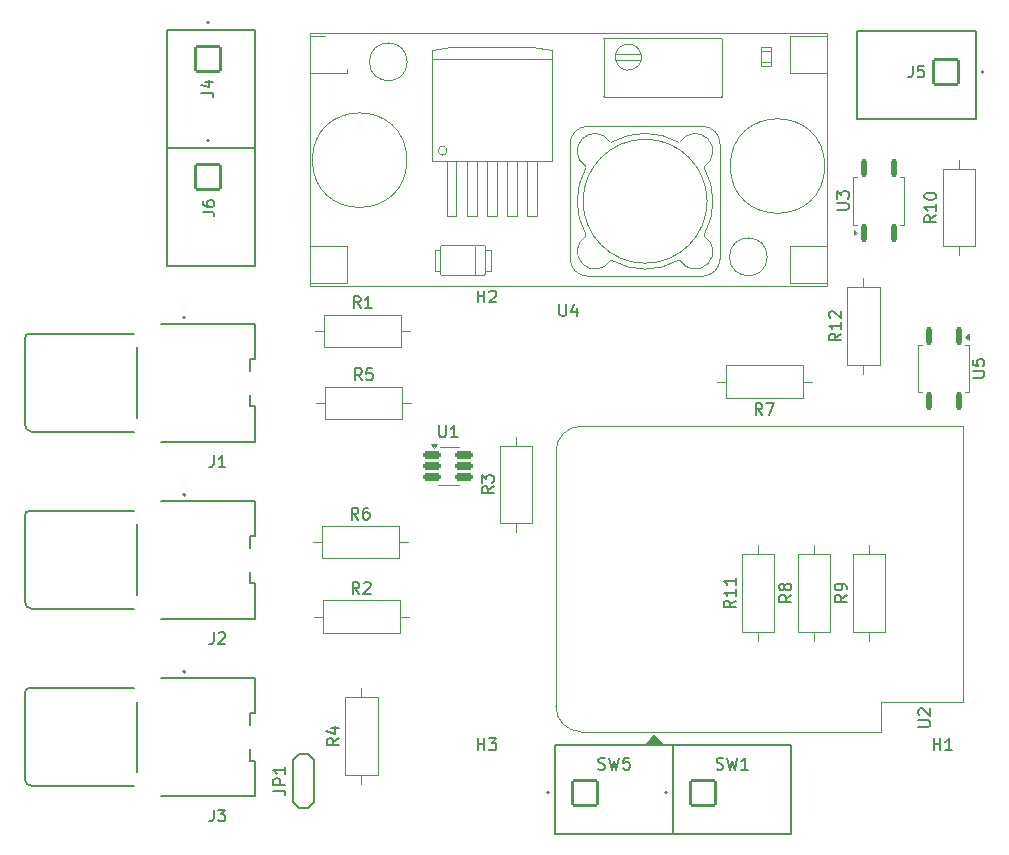
<source format=gbr>
%TF.GenerationSoftware,KiCad,Pcbnew,9.0.2*%
%TF.CreationDate,2025-07-13T19:28:41+02:00*%
%TF.ProjectId,AHD-Switch,4148442d-5377-4697-9463-682e6b696361,rev?*%
%TF.SameCoordinates,Original*%
%TF.FileFunction,Legend,Top*%
%TF.FilePolarity,Positive*%
%FSLAX46Y46*%
G04 Gerber Fmt 4.6, Leading zero omitted, Abs format (unit mm)*
G04 Created by KiCad (PCBNEW 9.0.2) date 2025-07-13 19:28:41*
%MOMM*%
%LPD*%
G01*
G04 APERTURE LIST*
G04 Aperture macros list*
%AMRoundRect*
0 Rectangle with rounded corners*
0 $1 Rounding radius*
0 $2 $3 $4 $5 $6 $7 $8 $9 X,Y pos of 4 corners*
0 Add a 4 corners polygon primitive as box body*
4,1,4,$2,$3,$4,$5,$6,$7,$8,$9,$2,$3,0*
0 Add four circle primitives for the rounded corners*
1,1,$1+$1,$2,$3*
1,1,$1+$1,$4,$5*
1,1,$1+$1,$6,$7*
1,1,$1+$1,$8,$9*
0 Add four rect primitives between the rounded corners*
20,1,$1+$1,$2,$3,$4,$5,0*
20,1,$1+$1,$4,$5,$6,$7,0*
20,1,$1+$1,$6,$7,$8,$9,0*
20,1,$1+$1,$8,$9,$2,$3,0*%
G04 Aperture macros list end*
%ADD10C,0.150000*%
%ADD11C,0.120000*%
%ADD12C,0.127000*%
%ADD13C,0.200000*%
%ADD14C,1.600000*%
%ADD15C,3.200000*%
%ADD16RoundRect,0.102000X-1.050000X1.050000X-1.050000X-1.050000X1.050000X-1.050000X1.050000X1.050000X0*%
%ADD17C,2.304000*%
%ADD18O,2.604000X5.004000*%
%ADD19O,3.604000X1.904000*%
%ADD20RoundRect,0.137500X-0.137500X0.587500X-0.137500X-0.587500X0.137500X-0.587500X0.137500X0.587500X0*%
%ADD21RoundRect,0.102000X-1.050000X-1.050000X1.050000X-1.050000X1.050000X1.050000X-1.050000X1.050000X0*%
%ADD22RoundRect,0.137500X0.137500X-0.587500X0.137500X0.587500X-0.137500X0.587500X-0.137500X-0.587500X0*%
%ADD23RoundRect,0.162500X-0.617500X-0.162500X0.617500X-0.162500X0.617500X0.162500X-0.617500X0.162500X0*%
%ADD24C,1.400000*%
%ADD25R,2.000000X2.000000*%
%ADD26O,1.600000X2.000000*%
%ADD27R,2.540000X2.540000*%
%ADD28C,2.540000*%
%ADD29RoundRect,0.102000X1.050000X1.050000X-1.050000X1.050000X-1.050000X-1.050000X1.050000X-1.050000X0*%
G04 APERTURE END LIST*
D10*
X83953333Y-111724819D02*
X83620000Y-111248628D01*
X83381905Y-111724819D02*
X83381905Y-110724819D01*
X83381905Y-110724819D02*
X83762857Y-110724819D01*
X83762857Y-110724819D02*
X83858095Y-110772438D01*
X83858095Y-110772438D02*
X83905714Y-110820057D01*
X83905714Y-110820057D02*
X83953333Y-110915295D01*
X83953333Y-110915295D02*
X83953333Y-111058152D01*
X83953333Y-111058152D02*
X83905714Y-111153390D01*
X83905714Y-111153390D02*
X83858095Y-111201009D01*
X83858095Y-111201009D02*
X83762857Y-111248628D01*
X83762857Y-111248628D02*
X83381905Y-111248628D01*
X84286667Y-110724819D02*
X84953333Y-110724819D01*
X84953333Y-110724819D02*
X84524762Y-111724819D01*
X59838095Y-140104819D02*
X59838095Y-139104819D01*
X59838095Y-139581009D02*
X60409523Y-139581009D01*
X60409523Y-140104819D02*
X60409523Y-139104819D01*
X60790476Y-139104819D02*
X61409523Y-139104819D01*
X61409523Y-139104819D02*
X61076190Y-139485771D01*
X61076190Y-139485771D02*
X61219047Y-139485771D01*
X61219047Y-139485771D02*
X61314285Y-139533390D01*
X61314285Y-139533390D02*
X61361904Y-139581009D01*
X61361904Y-139581009D02*
X61409523Y-139676247D01*
X61409523Y-139676247D02*
X61409523Y-139914342D01*
X61409523Y-139914342D02*
X61361904Y-140009580D01*
X61361904Y-140009580D02*
X61314285Y-140057200D01*
X61314285Y-140057200D02*
X61219047Y-140104819D01*
X61219047Y-140104819D02*
X60933333Y-140104819D01*
X60933333Y-140104819D02*
X60838095Y-140057200D01*
X60838095Y-140057200D02*
X60790476Y-140009580D01*
X61184819Y-117786666D02*
X60708628Y-118119999D01*
X61184819Y-118358094D02*
X60184819Y-118358094D01*
X60184819Y-118358094D02*
X60184819Y-117977142D01*
X60184819Y-117977142D02*
X60232438Y-117881904D01*
X60232438Y-117881904D02*
X60280057Y-117834285D01*
X60280057Y-117834285D02*
X60375295Y-117786666D01*
X60375295Y-117786666D02*
X60518152Y-117786666D01*
X60518152Y-117786666D02*
X60613390Y-117834285D01*
X60613390Y-117834285D02*
X60661009Y-117881904D01*
X60661009Y-117881904D02*
X60708628Y-117977142D01*
X60708628Y-117977142D02*
X60708628Y-118358094D01*
X60184819Y-117453332D02*
X60184819Y-116834285D01*
X60184819Y-116834285D02*
X60565771Y-117167618D01*
X60565771Y-117167618D02*
X60565771Y-117024761D01*
X60565771Y-117024761D02*
X60613390Y-116929523D01*
X60613390Y-116929523D02*
X60661009Y-116881904D01*
X60661009Y-116881904D02*
X60756247Y-116834285D01*
X60756247Y-116834285D02*
X60994342Y-116834285D01*
X60994342Y-116834285D02*
X61089580Y-116881904D01*
X61089580Y-116881904D02*
X61137200Y-116929523D01*
X61137200Y-116929523D02*
X61184819Y-117024761D01*
X61184819Y-117024761D02*
X61184819Y-117310475D01*
X61184819Y-117310475D02*
X61137200Y-117405713D01*
X61137200Y-117405713D02*
X61089580Y-117453332D01*
X36454819Y-84433333D02*
X37169104Y-84433333D01*
X37169104Y-84433333D02*
X37311961Y-84480952D01*
X37311961Y-84480952D02*
X37407200Y-84576190D01*
X37407200Y-84576190D02*
X37454819Y-84719047D01*
X37454819Y-84719047D02*
X37454819Y-84814285D01*
X36788152Y-83528571D02*
X37454819Y-83528571D01*
X36407200Y-83766666D02*
X37121485Y-84004761D01*
X37121485Y-84004761D02*
X37121485Y-83385714D01*
X37479035Y-130137512D02*
X37479035Y-130857383D01*
X37479035Y-130857383D02*
X37431043Y-131001357D01*
X37431043Y-131001357D02*
X37335061Y-131097340D01*
X37335061Y-131097340D02*
X37191086Y-131145331D01*
X37191086Y-131145331D02*
X37095104Y-131145331D01*
X37910957Y-130233495D02*
X37958948Y-130185503D01*
X37958948Y-130185503D02*
X38054931Y-130137512D01*
X38054931Y-130137512D02*
X38294888Y-130137512D01*
X38294888Y-130137512D02*
X38390871Y-130185503D01*
X38390871Y-130185503D02*
X38438862Y-130233495D01*
X38438862Y-130233495D02*
X38486854Y-130329477D01*
X38486854Y-130329477D02*
X38486854Y-130425460D01*
X38486854Y-130425460D02*
X38438862Y-130569434D01*
X38438862Y-130569434D02*
X37862966Y-131145331D01*
X37862966Y-131145331D02*
X38486854Y-131145331D01*
X36554819Y-94533333D02*
X37269104Y-94533333D01*
X37269104Y-94533333D02*
X37411961Y-94580952D01*
X37411961Y-94580952D02*
X37507200Y-94676190D01*
X37507200Y-94676190D02*
X37554819Y-94819047D01*
X37554819Y-94819047D02*
X37554819Y-94914285D01*
X36554819Y-93628571D02*
X36554819Y-93819047D01*
X36554819Y-93819047D02*
X36602438Y-93914285D01*
X36602438Y-93914285D02*
X36650057Y-93961904D01*
X36650057Y-93961904D02*
X36792914Y-94057142D01*
X36792914Y-94057142D02*
X36983390Y-94104761D01*
X36983390Y-94104761D02*
X37364342Y-94104761D01*
X37364342Y-94104761D02*
X37459580Y-94057142D01*
X37459580Y-94057142D02*
X37507200Y-94009523D01*
X37507200Y-94009523D02*
X37554819Y-93914285D01*
X37554819Y-93914285D02*
X37554819Y-93723809D01*
X37554819Y-93723809D02*
X37507200Y-93628571D01*
X37507200Y-93628571D02*
X37459580Y-93580952D01*
X37459580Y-93580952D02*
X37364342Y-93533333D01*
X37364342Y-93533333D02*
X37126247Y-93533333D01*
X37126247Y-93533333D02*
X37031009Y-93580952D01*
X37031009Y-93580952D02*
X36983390Y-93628571D01*
X36983390Y-93628571D02*
X36935771Y-93723809D01*
X36935771Y-93723809D02*
X36935771Y-93914285D01*
X36935771Y-93914285D02*
X36983390Y-94009523D01*
X36983390Y-94009523D02*
X37031009Y-94057142D01*
X37031009Y-94057142D02*
X37126247Y-94104761D01*
X101754819Y-108561904D02*
X102564342Y-108561904D01*
X102564342Y-108561904D02*
X102659580Y-108514285D01*
X102659580Y-108514285D02*
X102707200Y-108466666D01*
X102707200Y-108466666D02*
X102754819Y-108371428D01*
X102754819Y-108371428D02*
X102754819Y-108180952D01*
X102754819Y-108180952D02*
X102707200Y-108085714D01*
X102707200Y-108085714D02*
X102659580Y-108038095D01*
X102659580Y-108038095D02*
X102564342Y-107990476D01*
X102564342Y-107990476D02*
X101754819Y-107990476D01*
X101754819Y-107038095D02*
X101754819Y-107514285D01*
X101754819Y-107514285D02*
X102231009Y-107561904D01*
X102231009Y-107561904D02*
X102183390Y-107514285D01*
X102183390Y-107514285D02*
X102135771Y-107419047D01*
X102135771Y-107419047D02*
X102135771Y-107180952D01*
X102135771Y-107180952D02*
X102183390Y-107085714D01*
X102183390Y-107085714D02*
X102231009Y-107038095D01*
X102231009Y-107038095D02*
X102326247Y-106990476D01*
X102326247Y-106990476D02*
X102564342Y-106990476D01*
X102564342Y-106990476D02*
X102659580Y-107038095D01*
X102659580Y-107038095D02*
X102707200Y-107085714D01*
X102707200Y-107085714D02*
X102754819Y-107180952D01*
X102754819Y-107180952D02*
X102754819Y-107419047D01*
X102754819Y-107419047D02*
X102707200Y-107514285D01*
X102707200Y-107514285D02*
X102659580Y-107561904D01*
X80066667Y-141707200D02*
X80209524Y-141754819D01*
X80209524Y-141754819D02*
X80447619Y-141754819D01*
X80447619Y-141754819D02*
X80542857Y-141707200D01*
X80542857Y-141707200D02*
X80590476Y-141659580D01*
X80590476Y-141659580D02*
X80638095Y-141564342D01*
X80638095Y-141564342D02*
X80638095Y-141469104D01*
X80638095Y-141469104D02*
X80590476Y-141373866D01*
X80590476Y-141373866D02*
X80542857Y-141326247D01*
X80542857Y-141326247D02*
X80447619Y-141278628D01*
X80447619Y-141278628D02*
X80257143Y-141231009D01*
X80257143Y-141231009D02*
X80161905Y-141183390D01*
X80161905Y-141183390D02*
X80114286Y-141135771D01*
X80114286Y-141135771D02*
X80066667Y-141040533D01*
X80066667Y-141040533D02*
X80066667Y-140945295D01*
X80066667Y-140945295D02*
X80114286Y-140850057D01*
X80114286Y-140850057D02*
X80161905Y-140802438D01*
X80161905Y-140802438D02*
X80257143Y-140754819D01*
X80257143Y-140754819D02*
X80495238Y-140754819D01*
X80495238Y-140754819D02*
X80638095Y-140802438D01*
X80971429Y-140754819D02*
X81209524Y-141754819D01*
X81209524Y-141754819D02*
X81400000Y-141040533D01*
X81400000Y-141040533D02*
X81590476Y-141754819D01*
X81590476Y-141754819D02*
X81828572Y-140754819D01*
X82733333Y-141754819D02*
X82161905Y-141754819D01*
X82447619Y-141754819D02*
X82447619Y-140754819D01*
X82447619Y-140754819D02*
X82352381Y-140897676D01*
X82352381Y-140897676D02*
X82257143Y-140992914D01*
X82257143Y-140992914D02*
X82161905Y-141040533D01*
X49933333Y-102684819D02*
X49600000Y-102208628D01*
X49361905Y-102684819D02*
X49361905Y-101684819D01*
X49361905Y-101684819D02*
X49742857Y-101684819D01*
X49742857Y-101684819D02*
X49838095Y-101732438D01*
X49838095Y-101732438D02*
X49885714Y-101780057D01*
X49885714Y-101780057D02*
X49933333Y-101875295D01*
X49933333Y-101875295D02*
X49933333Y-102018152D01*
X49933333Y-102018152D02*
X49885714Y-102113390D01*
X49885714Y-102113390D02*
X49838095Y-102161009D01*
X49838095Y-102161009D02*
X49742857Y-102208628D01*
X49742857Y-102208628D02*
X49361905Y-102208628D01*
X50885714Y-102684819D02*
X50314286Y-102684819D01*
X50600000Y-102684819D02*
X50600000Y-101684819D01*
X50600000Y-101684819D02*
X50504762Y-101827676D01*
X50504762Y-101827676D02*
X50409524Y-101922914D01*
X50409524Y-101922914D02*
X50314286Y-101970533D01*
X50033333Y-108784819D02*
X49700000Y-108308628D01*
X49461905Y-108784819D02*
X49461905Y-107784819D01*
X49461905Y-107784819D02*
X49842857Y-107784819D01*
X49842857Y-107784819D02*
X49938095Y-107832438D01*
X49938095Y-107832438D02*
X49985714Y-107880057D01*
X49985714Y-107880057D02*
X50033333Y-107975295D01*
X50033333Y-107975295D02*
X50033333Y-108118152D01*
X50033333Y-108118152D02*
X49985714Y-108213390D01*
X49985714Y-108213390D02*
X49938095Y-108261009D01*
X49938095Y-108261009D02*
X49842857Y-108308628D01*
X49842857Y-108308628D02*
X49461905Y-108308628D01*
X50938095Y-107784819D02*
X50461905Y-107784819D01*
X50461905Y-107784819D02*
X50414286Y-108261009D01*
X50414286Y-108261009D02*
X50461905Y-108213390D01*
X50461905Y-108213390D02*
X50557143Y-108165771D01*
X50557143Y-108165771D02*
X50795238Y-108165771D01*
X50795238Y-108165771D02*
X50890476Y-108213390D01*
X50890476Y-108213390D02*
X50938095Y-108261009D01*
X50938095Y-108261009D02*
X50985714Y-108356247D01*
X50985714Y-108356247D02*
X50985714Y-108594342D01*
X50985714Y-108594342D02*
X50938095Y-108689580D01*
X50938095Y-108689580D02*
X50890476Y-108737200D01*
X50890476Y-108737200D02*
X50795238Y-108784819D01*
X50795238Y-108784819D02*
X50557143Y-108784819D01*
X50557143Y-108784819D02*
X50461905Y-108737200D01*
X50461905Y-108737200D02*
X50414286Y-108689580D01*
X86384819Y-126966666D02*
X85908628Y-127299999D01*
X86384819Y-127538094D02*
X85384819Y-127538094D01*
X85384819Y-127538094D02*
X85384819Y-127157142D01*
X85384819Y-127157142D02*
X85432438Y-127061904D01*
X85432438Y-127061904D02*
X85480057Y-127014285D01*
X85480057Y-127014285D02*
X85575295Y-126966666D01*
X85575295Y-126966666D02*
X85718152Y-126966666D01*
X85718152Y-126966666D02*
X85813390Y-127014285D01*
X85813390Y-127014285D02*
X85861009Y-127061904D01*
X85861009Y-127061904D02*
X85908628Y-127157142D01*
X85908628Y-127157142D02*
X85908628Y-127538094D01*
X85813390Y-126395237D02*
X85765771Y-126490475D01*
X85765771Y-126490475D02*
X85718152Y-126538094D01*
X85718152Y-126538094D02*
X85622914Y-126585713D01*
X85622914Y-126585713D02*
X85575295Y-126585713D01*
X85575295Y-126585713D02*
X85480057Y-126538094D01*
X85480057Y-126538094D02*
X85432438Y-126490475D01*
X85432438Y-126490475D02*
X85384819Y-126395237D01*
X85384819Y-126395237D02*
X85384819Y-126204761D01*
X85384819Y-126204761D02*
X85432438Y-126109523D01*
X85432438Y-126109523D02*
X85480057Y-126061904D01*
X85480057Y-126061904D02*
X85575295Y-126014285D01*
X85575295Y-126014285D02*
X85622914Y-126014285D01*
X85622914Y-126014285D02*
X85718152Y-126061904D01*
X85718152Y-126061904D02*
X85765771Y-126109523D01*
X85765771Y-126109523D02*
X85813390Y-126204761D01*
X85813390Y-126204761D02*
X85813390Y-126395237D01*
X85813390Y-126395237D02*
X85861009Y-126490475D01*
X85861009Y-126490475D02*
X85908628Y-126538094D01*
X85908628Y-126538094D02*
X86003866Y-126585713D01*
X86003866Y-126585713D02*
X86194342Y-126585713D01*
X86194342Y-126585713D02*
X86289580Y-126538094D01*
X86289580Y-126538094D02*
X86337200Y-126490475D01*
X86337200Y-126490475D02*
X86384819Y-126395237D01*
X86384819Y-126395237D02*
X86384819Y-126204761D01*
X86384819Y-126204761D02*
X86337200Y-126109523D01*
X86337200Y-126109523D02*
X86289580Y-126061904D01*
X86289580Y-126061904D02*
X86194342Y-126014285D01*
X86194342Y-126014285D02*
X86003866Y-126014285D01*
X86003866Y-126014285D02*
X85908628Y-126061904D01*
X85908628Y-126061904D02*
X85861009Y-126109523D01*
X85861009Y-126109523D02*
X85813390Y-126204761D01*
X48084819Y-139086666D02*
X47608628Y-139419999D01*
X48084819Y-139658094D02*
X47084819Y-139658094D01*
X47084819Y-139658094D02*
X47084819Y-139277142D01*
X47084819Y-139277142D02*
X47132438Y-139181904D01*
X47132438Y-139181904D02*
X47180057Y-139134285D01*
X47180057Y-139134285D02*
X47275295Y-139086666D01*
X47275295Y-139086666D02*
X47418152Y-139086666D01*
X47418152Y-139086666D02*
X47513390Y-139134285D01*
X47513390Y-139134285D02*
X47561009Y-139181904D01*
X47561009Y-139181904D02*
X47608628Y-139277142D01*
X47608628Y-139277142D02*
X47608628Y-139658094D01*
X47418152Y-138229523D02*
X48084819Y-138229523D01*
X47037200Y-138467618D02*
X47751485Y-138705713D01*
X47751485Y-138705713D02*
X47751485Y-138086666D01*
X90254819Y-94361904D02*
X91064342Y-94361904D01*
X91064342Y-94361904D02*
X91159580Y-94314285D01*
X91159580Y-94314285D02*
X91207200Y-94266666D01*
X91207200Y-94266666D02*
X91254819Y-94171428D01*
X91254819Y-94171428D02*
X91254819Y-93980952D01*
X91254819Y-93980952D02*
X91207200Y-93885714D01*
X91207200Y-93885714D02*
X91159580Y-93838095D01*
X91159580Y-93838095D02*
X91064342Y-93790476D01*
X91064342Y-93790476D02*
X90254819Y-93790476D01*
X90254819Y-93409523D02*
X90254819Y-92790476D01*
X90254819Y-92790476D02*
X90635771Y-93123809D01*
X90635771Y-93123809D02*
X90635771Y-92980952D01*
X90635771Y-92980952D02*
X90683390Y-92885714D01*
X90683390Y-92885714D02*
X90731009Y-92838095D01*
X90731009Y-92838095D02*
X90826247Y-92790476D01*
X90826247Y-92790476D02*
X91064342Y-92790476D01*
X91064342Y-92790476D02*
X91159580Y-92838095D01*
X91159580Y-92838095D02*
X91207200Y-92885714D01*
X91207200Y-92885714D02*
X91254819Y-92980952D01*
X91254819Y-92980952D02*
X91254819Y-93266666D01*
X91254819Y-93266666D02*
X91207200Y-93361904D01*
X91207200Y-93361904D02*
X91159580Y-93409523D01*
X56588095Y-112604819D02*
X56588095Y-113414342D01*
X56588095Y-113414342D02*
X56635714Y-113509580D01*
X56635714Y-113509580D02*
X56683333Y-113557200D01*
X56683333Y-113557200D02*
X56778571Y-113604819D01*
X56778571Y-113604819D02*
X56969047Y-113604819D01*
X56969047Y-113604819D02*
X57064285Y-113557200D01*
X57064285Y-113557200D02*
X57111904Y-113509580D01*
X57111904Y-113509580D02*
X57159523Y-113414342D01*
X57159523Y-113414342D02*
X57159523Y-112604819D01*
X58159523Y-113604819D02*
X57588095Y-113604819D01*
X57873809Y-113604819D02*
X57873809Y-112604819D01*
X57873809Y-112604819D02*
X57778571Y-112747676D01*
X57778571Y-112747676D02*
X57683333Y-112842914D01*
X57683333Y-112842914D02*
X57588095Y-112890533D01*
X70066667Y-141707200D02*
X70209524Y-141754819D01*
X70209524Y-141754819D02*
X70447619Y-141754819D01*
X70447619Y-141754819D02*
X70542857Y-141707200D01*
X70542857Y-141707200D02*
X70590476Y-141659580D01*
X70590476Y-141659580D02*
X70638095Y-141564342D01*
X70638095Y-141564342D02*
X70638095Y-141469104D01*
X70638095Y-141469104D02*
X70590476Y-141373866D01*
X70590476Y-141373866D02*
X70542857Y-141326247D01*
X70542857Y-141326247D02*
X70447619Y-141278628D01*
X70447619Y-141278628D02*
X70257143Y-141231009D01*
X70257143Y-141231009D02*
X70161905Y-141183390D01*
X70161905Y-141183390D02*
X70114286Y-141135771D01*
X70114286Y-141135771D02*
X70066667Y-141040533D01*
X70066667Y-141040533D02*
X70066667Y-140945295D01*
X70066667Y-140945295D02*
X70114286Y-140850057D01*
X70114286Y-140850057D02*
X70161905Y-140802438D01*
X70161905Y-140802438D02*
X70257143Y-140754819D01*
X70257143Y-140754819D02*
X70495238Y-140754819D01*
X70495238Y-140754819D02*
X70638095Y-140802438D01*
X70971429Y-140754819D02*
X71209524Y-141754819D01*
X71209524Y-141754819D02*
X71400000Y-141040533D01*
X71400000Y-141040533D02*
X71590476Y-141754819D01*
X71590476Y-141754819D02*
X71828572Y-140754819D01*
X72685714Y-140754819D02*
X72209524Y-140754819D01*
X72209524Y-140754819D02*
X72161905Y-141231009D01*
X72161905Y-141231009D02*
X72209524Y-141183390D01*
X72209524Y-141183390D02*
X72304762Y-141135771D01*
X72304762Y-141135771D02*
X72542857Y-141135771D01*
X72542857Y-141135771D02*
X72638095Y-141183390D01*
X72638095Y-141183390D02*
X72685714Y-141231009D01*
X72685714Y-141231009D02*
X72733333Y-141326247D01*
X72733333Y-141326247D02*
X72733333Y-141564342D01*
X72733333Y-141564342D02*
X72685714Y-141659580D01*
X72685714Y-141659580D02*
X72638095Y-141707200D01*
X72638095Y-141707200D02*
X72542857Y-141754819D01*
X72542857Y-141754819D02*
X72304762Y-141754819D01*
X72304762Y-141754819D02*
X72209524Y-141707200D01*
X72209524Y-141707200D02*
X72161905Y-141659580D01*
X42554819Y-143533333D02*
X43269104Y-143533333D01*
X43269104Y-143533333D02*
X43411961Y-143580952D01*
X43411961Y-143580952D02*
X43507200Y-143676190D01*
X43507200Y-143676190D02*
X43554819Y-143819047D01*
X43554819Y-143819047D02*
X43554819Y-143914285D01*
X43554819Y-143057142D02*
X42554819Y-143057142D01*
X42554819Y-143057142D02*
X42554819Y-142676190D01*
X42554819Y-142676190D02*
X42602438Y-142580952D01*
X42602438Y-142580952D02*
X42650057Y-142533333D01*
X42650057Y-142533333D02*
X42745295Y-142485714D01*
X42745295Y-142485714D02*
X42888152Y-142485714D01*
X42888152Y-142485714D02*
X42983390Y-142533333D01*
X42983390Y-142533333D02*
X43031009Y-142580952D01*
X43031009Y-142580952D02*
X43078628Y-142676190D01*
X43078628Y-142676190D02*
X43078628Y-143057142D01*
X43554819Y-141533333D02*
X43554819Y-142104761D01*
X43554819Y-141819047D02*
X42554819Y-141819047D01*
X42554819Y-141819047D02*
X42697676Y-141914285D01*
X42697676Y-141914285D02*
X42792914Y-142009523D01*
X42792914Y-142009523D02*
X42840533Y-142104761D01*
X49733333Y-120584819D02*
X49400000Y-120108628D01*
X49161905Y-120584819D02*
X49161905Y-119584819D01*
X49161905Y-119584819D02*
X49542857Y-119584819D01*
X49542857Y-119584819D02*
X49638095Y-119632438D01*
X49638095Y-119632438D02*
X49685714Y-119680057D01*
X49685714Y-119680057D02*
X49733333Y-119775295D01*
X49733333Y-119775295D02*
X49733333Y-119918152D01*
X49733333Y-119918152D02*
X49685714Y-120013390D01*
X49685714Y-120013390D02*
X49638095Y-120061009D01*
X49638095Y-120061009D02*
X49542857Y-120108628D01*
X49542857Y-120108628D02*
X49161905Y-120108628D01*
X50590476Y-119584819D02*
X50400000Y-119584819D01*
X50400000Y-119584819D02*
X50304762Y-119632438D01*
X50304762Y-119632438D02*
X50257143Y-119680057D01*
X50257143Y-119680057D02*
X50161905Y-119822914D01*
X50161905Y-119822914D02*
X50114286Y-120013390D01*
X50114286Y-120013390D02*
X50114286Y-120394342D01*
X50114286Y-120394342D02*
X50161905Y-120489580D01*
X50161905Y-120489580D02*
X50209524Y-120537200D01*
X50209524Y-120537200D02*
X50304762Y-120584819D01*
X50304762Y-120584819D02*
X50495238Y-120584819D01*
X50495238Y-120584819D02*
X50590476Y-120537200D01*
X50590476Y-120537200D02*
X50638095Y-120489580D01*
X50638095Y-120489580D02*
X50685714Y-120394342D01*
X50685714Y-120394342D02*
X50685714Y-120156247D01*
X50685714Y-120156247D02*
X50638095Y-120061009D01*
X50638095Y-120061009D02*
X50590476Y-120013390D01*
X50590476Y-120013390D02*
X50495238Y-119965771D01*
X50495238Y-119965771D02*
X50304762Y-119965771D01*
X50304762Y-119965771D02*
X50209524Y-120013390D01*
X50209524Y-120013390D02*
X50161905Y-120061009D01*
X50161905Y-120061009D02*
X50114286Y-120156247D01*
X97154819Y-138146904D02*
X97964342Y-138146904D01*
X97964342Y-138146904D02*
X98059580Y-138099285D01*
X98059580Y-138099285D02*
X98107200Y-138051666D01*
X98107200Y-138051666D02*
X98154819Y-137956428D01*
X98154819Y-137956428D02*
X98154819Y-137765952D01*
X98154819Y-137765952D02*
X98107200Y-137670714D01*
X98107200Y-137670714D02*
X98059580Y-137623095D01*
X98059580Y-137623095D02*
X97964342Y-137575476D01*
X97964342Y-137575476D02*
X97154819Y-137575476D01*
X97250057Y-137146904D02*
X97202438Y-137099285D01*
X97202438Y-137099285D02*
X97154819Y-137004047D01*
X97154819Y-137004047D02*
X97154819Y-136765952D01*
X97154819Y-136765952D02*
X97202438Y-136670714D01*
X97202438Y-136670714D02*
X97250057Y-136623095D01*
X97250057Y-136623095D02*
X97345295Y-136575476D01*
X97345295Y-136575476D02*
X97440533Y-136575476D01*
X97440533Y-136575476D02*
X97583390Y-136623095D01*
X97583390Y-136623095D02*
X98154819Y-137194523D01*
X98154819Y-137194523D02*
X98154819Y-136575476D01*
X66758095Y-102354819D02*
X66758095Y-103164342D01*
X66758095Y-103164342D02*
X66805714Y-103259580D01*
X66805714Y-103259580D02*
X66853333Y-103307200D01*
X66853333Y-103307200D02*
X66948571Y-103354819D01*
X66948571Y-103354819D02*
X67139047Y-103354819D01*
X67139047Y-103354819D02*
X67234285Y-103307200D01*
X67234285Y-103307200D02*
X67281904Y-103259580D01*
X67281904Y-103259580D02*
X67329523Y-103164342D01*
X67329523Y-103164342D02*
X67329523Y-102354819D01*
X68234285Y-102688152D02*
X68234285Y-103354819D01*
X67996190Y-102307200D02*
X67758095Y-103021485D01*
X67758095Y-103021485D02*
X68377142Y-103021485D01*
X59838095Y-102204819D02*
X59838095Y-101204819D01*
X59838095Y-101681009D02*
X60409523Y-101681009D01*
X60409523Y-102204819D02*
X60409523Y-101204819D01*
X60838095Y-101300057D02*
X60885714Y-101252438D01*
X60885714Y-101252438D02*
X60980952Y-101204819D01*
X60980952Y-101204819D02*
X61219047Y-101204819D01*
X61219047Y-101204819D02*
X61314285Y-101252438D01*
X61314285Y-101252438D02*
X61361904Y-101300057D01*
X61361904Y-101300057D02*
X61409523Y-101395295D01*
X61409523Y-101395295D02*
X61409523Y-101490533D01*
X61409523Y-101490533D02*
X61361904Y-101633390D01*
X61361904Y-101633390D02*
X60790476Y-102204819D01*
X60790476Y-102204819D02*
X61409523Y-102204819D01*
X37479035Y-115137512D02*
X37479035Y-115857383D01*
X37479035Y-115857383D02*
X37431043Y-116001357D01*
X37431043Y-116001357D02*
X37335061Y-116097340D01*
X37335061Y-116097340D02*
X37191086Y-116145331D01*
X37191086Y-116145331D02*
X37095104Y-116145331D01*
X38486854Y-116145331D02*
X37910957Y-116145331D01*
X38198905Y-116145331D02*
X38198905Y-115137512D01*
X38198905Y-115137512D02*
X38102923Y-115281486D01*
X38102923Y-115281486D02*
X38006940Y-115377469D01*
X38006940Y-115377469D02*
X37910957Y-115425460D01*
X98438095Y-140104819D02*
X98438095Y-139104819D01*
X98438095Y-139581009D02*
X99009523Y-139581009D01*
X99009523Y-140104819D02*
X99009523Y-139104819D01*
X100009523Y-140104819D02*
X99438095Y-140104819D01*
X99723809Y-140104819D02*
X99723809Y-139104819D01*
X99723809Y-139104819D02*
X99628571Y-139247676D01*
X99628571Y-139247676D02*
X99533333Y-139342914D01*
X99533333Y-139342914D02*
X99438095Y-139390533D01*
X37479035Y-145137512D02*
X37479035Y-145857383D01*
X37479035Y-145857383D02*
X37431043Y-146001357D01*
X37431043Y-146001357D02*
X37335061Y-146097340D01*
X37335061Y-146097340D02*
X37191086Y-146145331D01*
X37191086Y-146145331D02*
X37095104Y-146145331D01*
X37862966Y-145137512D02*
X38486854Y-145137512D01*
X38486854Y-145137512D02*
X38150914Y-145521443D01*
X38150914Y-145521443D02*
X38294888Y-145521443D01*
X38294888Y-145521443D02*
X38390871Y-145569434D01*
X38390871Y-145569434D02*
X38438862Y-145617426D01*
X38438862Y-145617426D02*
X38486854Y-145713408D01*
X38486854Y-145713408D02*
X38486854Y-145953365D01*
X38486854Y-145953365D02*
X38438862Y-146049348D01*
X38438862Y-146049348D02*
X38390871Y-146097340D01*
X38390871Y-146097340D02*
X38294888Y-146145331D01*
X38294888Y-146145331D02*
X38006940Y-146145331D01*
X38006940Y-146145331D02*
X37910957Y-146097340D01*
X37910957Y-146097340D02*
X37862966Y-146049348D01*
X91084819Y-126966666D02*
X90608628Y-127299999D01*
X91084819Y-127538094D02*
X90084819Y-127538094D01*
X90084819Y-127538094D02*
X90084819Y-127157142D01*
X90084819Y-127157142D02*
X90132438Y-127061904D01*
X90132438Y-127061904D02*
X90180057Y-127014285D01*
X90180057Y-127014285D02*
X90275295Y-126966666D01*
X90275295Y-126966666D02*
X90418152Y-126966666D01*
X90418152Y-126966666D02*
X90513390Y-127014285D01*
X90513390Y-127014285D02*
X90561009Y-127061904D01*
X90561009Y-127061904D02*
X90608628Y-127157142D01*
X90608628Y-127157142D02*
X90608628Y-127538094D01*
X91084819Y-126490475D02*
X91084819Y-126299999D01*
X91084819Y-126299999D02*
X91037200Y-126204761D01*
X91037200Y-126204761D02*
X90989580Y-126157142D01*
X90989580Y-126157142D02*
X90846723Y-126061904D01*
X90846723Y-126061904D02*
X90656247Y-126014285D01*
X90656247Y-126014285D02*
X90275295Y-126014285D01*
X90275295Y-126014285D02*
X90180057Y-126061904D01*
X90180057Y-126061904D02*
X90132438Y-126109523D01*
X90132438Y-126109523D02*
X90084819Y-126204761D01*
X90084819Y-126204761D02*
X90084819Y-126395237D01*
X90084819Y-126395237D02*
X90132438Y-126490475D01*
X90132438Y-126490475D02*
X90180057Y-126538094D01*
X90180057Y-126538094D02*
X90275295Y-126585713D01*
X90275295Y-126585713D02*
X90513390Y-126585713D01*
X90513390Y-126585713D02*
X90608628Y-126538094D01*
X90608628Y-126538094D02*
X90656247Y-126490475D01*
X90656247Y-126490475D02*
X90703866Y-126395237D01*
X90703866Y-126395237D02*
X90703866Y-126204761D01*
X90703866Y-126204761D02*
X90656247Y-126109523D01*
X90656247Y-126109523D02*
X90608628Y-126061904D01*
X90608628Y-126061904D02*
X90513390Y-126014285D01*
X49833333Y-126884819D02*
X49500000Y-126408628D01*
X49261905Y-126884819D02*
X49261905Y-125884819D01*
X49261905Y-125884819D02*
X49642857Y-125884819D01*
X49642857Y-125884819D02*
X49738095Y-125932438D01*
X49738095Y-125932438D02*
X49785714Y-125980057D01*
X49785714Y-125980057D02*
X49833333Y-126075295D01*
X49833333Y-126075295D02*
X49833333Y-126218152D01*
X49833333Y-126218152D02*
X49785714Y-126313390D01*
X49785714Y-126313390D02*
X49738095Y-126361009D01*
X49738095Y-126361009D02*
X49642857Y-126408628D01*
X49642857Y-126408628D02*
X49261905Y-126408628D01*
X50214286Y-125980057D02*
X50261905Y-125932438D01*
X50261905Y-125932438D02*
X50357143Y-125884819D01*
X50357143Y-125884819D02*
X50595238Y-125884819D01*
X50595238Y-125884819D02*
X50690476Y-125932438D01*
X50690476Y-125932438D02*
X50738095Y-125980057D01*
X50738095Y-125980057D02*
X50785714Y-126075295D01*
X50785714Y-126075295D02*
X50785714Y-126170533D01*
X50785714Y-126170533D02*
X50738095Y-126313390D01*
X50738095Y-126313390D02*
X50166667Y-126884819D01*
X50166667Y-126884819D02*
X50785714Y-126884819D01*
X81684819Y-127442857D02*
X81208628Y-127776190D01*
X81684819Y-128014285D02*
X80684819Y-128014285D01*
X80684819Y-128014285D02*
X80684819Y-127633333D01*
X80684819Y-127633333D02*
X80732438Y-127538095D01*
X80732438Y-127538095D02*
X80780057Y-127490476D01*
X80780057Y-127490476D02*
X80875295Y-127442857D01*
X80875295Y-127442857D02*
X81018152Y-127442857D01*
X81018152Y-127442857D02*
X81113390Y-127490476D01*
X81113390Y-127490476D02*
X81161009Y-127538095D01*
X81161009Y-127538095D02*
X81208628Y-127633333D01*
X81208628Y-127633333D02*
X81208628Y-128014285D01*
X81684819Y-126490476D02*
X81684819Y-127061904D01*
X81684819Y-126776190D02*
X80684819Y-126776190D01*
X80684819Y-126776190D02*
X80827676Y-126871428D01*
X80827676Y-126871428D02*
X80922914Y-126966666D01*
X80922914Y-126966666D02*
X80970533Y-127061904D01*
X81684819Y-125538095D02*
X81684819Y-126109523D01*
X81684819Y-125823809D02*
X80684819Y-125823809D01*
X80684819Y-125823809D02*
X80827676Y-125919047D01*
X80827676Y-125919047D02*
X80922914Y-126014285D01*
X80922914Y-126014285D02*
X80970533Y-126109523D01*
X90584819Y-104842857D02*
X90108628Y-105176190D01*
X90584819Y-105414285D02*
X89584819Y-105414285D01*
X89584819Y-105414285D02*
X89584819Y-105033333D01*
X89584819Y-105033333D02*
X89632438Y-104938095D01*
X89632438Y-104938095D02*
X89680057Y-104890476D01*
X89680057Y-104890476D02*
X89775295Y-104842857D01*
X89775295Y-104842857D02*
X89918152Y-104842857D01*
X89918152Y-104842857D02*
X90013390Y-104890476D01*
X90013390Y-104890476D02*
X90061009Y-104938095D01*
X90061009Y-104938095D02*
X90108628Y-105033333D01*
X90108628Y-105033333D02*
X90108628Y-105414285D01*
X90584819Y-103890476D02*
X90584819Y-104461904D01*
X90584819Y-104176190D02*
X89584819Y-104176190D01*
X89584819Y-104176190D02*
X89727676Y-104271428D01*
X89727676Y-104271428D02*
X89822914Y-104366666D01*
X89822914Y-104366666D02*
X89870533Y-104461904D01*
X89680057Y-103509523D02*
X89632438Y-103461904D01*
X89632438Y-103461904D02*
X89584819Y-103366666D01*
X89584819Y-103366666D02*
X89584819Y-103128571D01*
X89584819Y-103128571D02*
X89632438Y-103033333D01*
X89632438Y-103033333D02*
X89680057Y-102985714D01*
X89680057Y-102985714D02*
X89775295Y-102938095D01*
X89775295Y-102938095D02*
X89870533Y-102938095D01*
X89870533Y-102938095D02*
X90013390Y-102985714D01*
X90013390Y-102985714D02*
X90584819Y-103557142D01*
X90584819Y-103557142D02*
X90584819Y-102938095D01*
X96666666Y-82154819D02*
X96666666Y-82869104D01*
X96666666Y-82869104D02*
X96619047Y-83011961D01*
X96619047Y-83011961D02*
X96523809Y-83107200D01*
X96523809Y-83107200D02*
X96380952Y-83154819D01*
X96380952Y-83154819D02*
X96285714Y-83154819D01*
X97619047Y-82154819D02*
X97142857Y-82154819D01*
X97142857Y-82154819D02*
X97095238Y-82631009D01*
X97095238Y-82631009D02*
X97142857Y-82583390D01*
X97142857Y-82583390D02*
X97238095Y-82535771D01*
X97238095Y-82535771D02*
X97476190Y-82535771D01*
X97476190Y-82535771D02*
X97571428Y-82583390D01*
X97571428Y-82583390D02*
X97619047Y-82631009D01*
X97619047Y-82631009D02*
X97666666Y-82726247D01*
X97666666Y-82726247D02*
X97666666Y-82964342D01*
X97666666Y-82964342D02*
X97619047Y-83059580D01*
X97619047Y-83059580D02*
X97571428Y-83107200D01*
X97571428Y-83107200D02*
X97476190Y-83154819D01*
X97476190Y-83154819D02*
X97238095Y-83154819D01*
X97238095Y-83154819D02*
X97142857Y-83107200D01*
X97142857Y-83107200D02*
X97095238Y-83059580D01*
X98654819Y-94822857D02*
X98178628Y-95156190D01*
X98654819Y-95394285D02*
X97654819Y-95394285D01*
X97654819Y-95394285D02*
X97654819Y-95013333D01*
X97654819Y-95013333D02*
X97702438Y-94918095D01*
X97702438Y-94918095D02*
X97750057Y-94870476D01*
X97750057Y-94870476D02*
X97845295Y-94822857D01*
X97845295Y-94822857D02*
X97988152Y-94822857D01*
X97988152Y-94822857D02*
X98083390Y-94870476D01*
X98083390Y-94870476D02*
X98131009Y-94918095D01*
X98131009Y-94918095D02*
X98178628Y-95013333D01*
X98178628Y-95013333D02*
X98178628Y-95394285D01*
X98654819Y-93870476D02*
X98654819Y-94441904D01*
X98654819Y-94156190D02*
X97654819Y-94156190D01*
X97654819Y-94156190D02*
X97797676Y-94251428D01*
X97797676Y-94251428D02*
X97892914Y-94346666D01*
X97892914Y-94346666D02*
X97940533Y-94441904D01*
X97654819Y-93251428D02*
X97654819Y-93156190D01*
X97654819Y-93156190D02*
X97702438Y-93060952D01*
X97702438Y-93060952D02*
X97750057Y-93013333D01*
X97750057Y-93013333D02*
X97845295Y-92965714D01*
X97845295Y-92965714D02*
X98035771Y-92918095D01*
X98035771Y-92918095D02*
X98273866Y-92918095D01*
X98273866Y-92918095D02*
X98464342Y-92965714D01*
X98464342Y-92965714D02*
X98559580Y-93013333D01*
X98559580Y-93013333D02*
X98607200Y-93060952D01*
X98607200Y-93060952D02*
X98654819Y-93156190D01*
X98654819Y-93156190D02*
X98654819Y-93251428D01*
X98654819Y-93251428D02*
X98607200Y-93346666D01*
X98607200Y-93346666D02*
X98559580Y-93394285D01*
X98559580Y-93394285D02*
X98464342Y-93441904D01*
X98464342Y-93441904D02*
X98273866Y-93489523D01*
X98273866Y-93489523D02*
X98035771Y-93489523D01*
X98035771Y-93489523D02*
X97845295Y-93441904D01*
X97845295Y-93441904D02*
X97750057Y-93394285D01*
X97750057Y-93394285D02*
X97702438Y-93346666D01*
X97702438Y-93346666D02*
X97654819Y-93251428D01*
D11*
%TO.C,R7*%
X80080000Y-108900000D02*
X80850000Y-108900000D01*
X88160000Y-108900000D02*
X87390000Y-108900000D01*
X87390000Y-110270000D02*
X80850000Y-110270000D01*
X80850000Y-107530000D01*
X87390000Y-107530000D01*
X87390000Y-110270000D01*
%TO.C,R3*%
X63100000Y-113580000D02*
X63100000Y-114350000D01*
X63100000Y-121660000D02*
X63100000Y-120890000D01*
X61730000Y-120890000D02*
X64470000Y-120890000D01*
X64470000Y-114350000D01*
X61730000Y-114350000D01*
X61730000Y-120890000D01*
D12*
%TO.C,J4*%
X33500000Y-79100000D02*
X41000000Y-79100000D01*
X33500000Y-89100000D02*
X33500000Y-79100000D01*
X41000000Y-79100000D02*
X41000000Y-89100000D01*
X41000000Y-89100000D02*
X33500000Y-89100000D01*
D13*
X37100000Y-78500000D02*
G75*
G02*
X36900000Y-78500000I-100000J0D01*
G01*
X36900000Y-78500000D02*
G75*
G02*
X37100000Y-78500000I100000J0D01*
G01*
D12*
%TO.C,J2*%
X21500000Y-127540000D02*
X21500000Y-120240000D01*
X21890000Y-119850000D02*
X30750000Y-119850000D01*
X30750000Y-128150000D02*
X22110000Y-128150000D01*
X31000000Y-121000000D02*
X31000000Y-127000000D01*
X40600000Y-122000000D02*
X40600000Y-123000000D01*
X40600000Y-125000000D02*
X40600000Y-126000000D01*
X40600000Y-126000000D02*
X41000000Y-126000000D01*
X41000000Y-119000000D02*
X33000000Y-119000000D01*
X41000000Y-119000000D02*
X41000000Y-122000000D01*
X41000000Y-122000000D02*
X40600000Y-122000000D01*
X41000000Y-126000000D02*
X41000000Y-129000000D01*
X41000000Y-129000000D02*
X33000000Y-129000000D01*
X21500000Y-120240000D02*
G75*
G02*
X21890000Y-119850000I390000J0D01*
G01*
X22110000Y-128150000D02*
G75*
G02*
X21500000Y-127540000I0J610000D01*
G01*
D13*
X35090000Y-118487000D02*
G75*
G02*
X34890000Y-118487000I-100000J0D01*
G01*
X34890000Y-118487000D02*
G75*
G02*
X35090000Y-118487000I100000J0D01*
G01*
D12*
%TO.C,J6*%
X33500000Y-89100000D02*
X41000000Y-89100000D01*
X33500000Y-99100000D02*
X33500000Y-89100000D01*
X41000000Y-89100000D02*
X41000000Y-99100000D01*
X41000000Y-99100000D02*
X33500000Y-99100000D01*
D13*
X37100000Y-88500000D02*
G75*
G02*
X36900000Y-88500000I-100000J0D01*
G01*
X36900000Y-88500000D02*
G75*
G02*
X37100000Y-88500000I100000J0D01*
G01*
D11*
%TO.C,U5*%
X97140000Y-105790000D02*
X97495000Y-105790000D01*
X97140000Y-107800000D02*
X97140000Y-105790000D01*
X97140000Y-107800000D02*
X97140000Y-109810000D01*
X97140000Y-109810000D02*
X97495000Y-109810000D01*
X101460000Y-105790000D02*
X101105000Y-105790000D01*
X101460000Y-107800000D02*
X101460000Y-105790000D01*
X101460000Y-107800000D02*
X101460000Y-109810000D01*
X101460000Y-109810000D02*
X101105000Y-109810000D01*
X101435000Y-105352500D02*
X101105000Y-105112500D01*
X101435000Y-104872500D01*
X101435000Y-105352500D01*
G36*
X101435000Y-105352500D02*
G01*
X101105000Y-105112500D01*
X101435000Y-104872500D01*
X101435000Y-105352500D01*
G37*
D12*
%TO.C,SW1*%
X76400000Y-139700000D02*
X86400000Y-139700000D01*
X76400000Y-147200000D02*
X76400000Y-139700000D01*
X86400000Y-139700000D02*
X86400000Y-147200000D01*
X86400000Y-147200000D02*
X76400000Y-147200000D01*
D13*
X75900000Y-143700000D02*
G75*
G02*
X75700000Y-143700000I-100000J0D01*
G01*
X75700000Y-143700000D02*
G75*
G02*
X75900000Y-143700000I100000J0D01*
G01*
D11*
%TO.C,R1*%
X46060000Y-104600000D02*
X46830000Y-104600000D01*
X54140000Y-104600000D02*
X53370000Y-104600000D01*
X46830000Y-103230000D02*
X53370000Y-103230000D01*
X53370000Y-105970000D01*
X46830000Y-105970000D01*
X46830000Y-103230000D01*
%TO.C,R5*%
X46160000Y-110700000D02*
X46930000Y-110700000D01*
X54240000Y-110700000D02*
X53470000Y-110700000D01*
X46930000Y-109330000D02*
X53470000Y-109330000D01*
X53470000Y-112070000D01*
X46930000Y-112070000D01*
X46930000Y-109330000D01*
%TO.C,R8*%
X88300000Y-122760000D02*
X88300000Y-123530000D01*
X88300000Y-130840000D02*
X88300000Y-130070000D01*
X86930000Y-130070000D02*
X89670000Y-130070000D01*
X89670000Y-123530000D01*
X86930000Y-123530000D01*
X86930000Y-130070000D01*
%TO.C,R4*%
X50000000Y-134880000D02*
X50000000Y-135650000D01*
X50000000Y-142960000D02*
X50000000Y-142190000D01*
X48630000Y-142190000D02*
X51370000Y-142190000D01*
X51370000Y-135650000D01*
X48630000Y-135650000D01*
X48630000Y-142190000D01*
%TO.C,U3*%
X91640000Y-91590000D02*
X91995000Y-91590000D01*
X91640000Y-93600000D02*
X91640000Y-91590000D01*
X91640000Y-93600000D02*
X91640000Y-95610000D01*
X91640000Y-95610000D02*
X91995000Y-95610000D01*
X95960000Y-91590000D02*
X95605000Y-91590000D01*
X95960000Y-93600000D02*
X95960000Y-91590000D01*
X95960000Y-93600000D02*
X95960000Y-95610000D01*
X95960000Y-95610000D02*
X95605000Y-95610000D01*
X91995000Y-96287500D02*
X91665000Y-96527500D01*
X91665000Y-96047500D01*
X91995000Y-96287500D01*
G36*
X91995000Y-96287500D02*
G01*
X91665000Y-96527500D01*
X91665000Y-96047500D01*
X91995000Y-96287500D01*
G37*
%TO.C,U1*%
X56450000Y-117660000D02*
X58250000Y-117660000D01*
X57450000Y-114440000D02*
X56650000Y-114440000D01*
X57450000Y-114440000D02*
X58250000Y-114440000D01*
X56150000Y-114490000D02*
X55910000Y-114160000D01*
X56390000Y-114160000D01*
X56150000Y-114490000D01*
G36*
X56150000Y-114490000D02*
G01*
X55910000Y-114160000D01*
X56390000Y-114160000D01*
X56150000Y-114490000D01*
G37*
D12*
%TO.C,SW5*%
X66400000Y-139700000D02*
X76400000Y-139700000D01*
X66400000Y-147200000D02*
X66400000Y-139700000D01*
X76400000Y-139700000D02*
X76400000Y-147200000D01*
X76400000Y-147200000D02*
X66400000Y-147200000D01*
D13*
X65900000Y-143700000D02*
G75*
G02*
X65700000Y-143700000I-100000J0D01*
G01*
X65700000Y-143700000D02*
G75*
G02*
X65900000Y-143700000I100000J0D01*
G01*
D10*
%TO.C,JP1*%
X44200000Y-140930000D02*
X44700000Y-140430000D01*
X44200000Y-144530000D02*
X44200000Y-140930000D01*
X44700000Y-140430000D02*
X45500000Y-140430000D01*
X44700000Y-145030000D02*
X44200000Y-144530000D01*
X45500000Y-140430000D02*
X46000000Y-140930000D01*
X45500000Y-145030000D02*
X44700000Y-145030000D01*
X46000000Y-140930000D02*
X46000000Y-144530000D01*
X46000000Y-144530000D02*
X45500000Y-145030000D01*
D11*
%TO.C,R6*%
X45860000Y-122500000D02*
X46630000Y-122500000D01*
X53940000Y-122500000D02*
X53170000Y-122500000D01*
X46630000Y-121130000D02*
X53170000Y-121130000D01*
X53170000Y-123870000D01*
X46630000Y-123870000D01*
X46630000Y-121130000D01*
%TO.C,U2*%
X66470000Y-114805000D02*
X66470000Y-136415000D01*
X94030000Y-136005000D02*
X100930000Y-136005000D01*
X94030000Y-138545000D02*
X68600000Y-138545000D01*
X94030000Y-138545000D02*
X94030000Y-136005000D01*
X100930000Y-112685000D02*
X68600000Y-112685000D01*
X100930000Y-136005000D02*
X100930000Y-112685000D01*
X66470000Y-114815000D02*
G75*
G02*
X68600000Y-112685000I2130000J0D01*
G01*
X68600000Y-138545000D02*
G75*
G02*
X66470000Y-136415000I2J2130002D01*
G01*
D10*
X75445000Y-139585000D02*
X74175000Y-139585000D01*
X74810000Y-138950000D01*
X75445000Y-139585000D01*
G36*
X75445000Y-139585000D02*
G01*
X74175000Y-139585000D01*
X74810000Y-138950000D01*
X75445000Y-139585000D01*
G37*
D11*
%TO.C,U4*%
X45645000Y-79365000D02*
X45645000Y-100815000D01*
X45645000Y-100815000D02*
X89395000Y-100815000D01*
X45650000Y-79620000D02*
X46950000Y-79620000D01*
X45650000Y-82775000D02*
X48780000Y-82780000D01*
X45650000Y-97400000D02*
X48780000Y-97400000D01*
X45650000Y-100560000D02*
X48780000Y-100560000D01*
X48780000Y-82470000D02*
X48780000Y-82780000D01*
X48780000Y-97400000D02*
X48780000Y-100560000D01*
X55949233Y-82204149D02*
X55949233Y-82365687D01*
X55950233Y-80837610D02*
X57600233Y-80546671D01*
X55950233Y-90189106D02*
X55950233Y-80837610D01*
X55950233Y-90189106D02*
X56027797Y-90266670D01*
X56027797Y-90266670D02*
X66032670Y-90266670D01*
X56231636Y-97758217D02*
X56681636Y-97758217D01*
X56231636Y-99508217D02*
X56231636Y-97758217D01*
X56681636Y-99508217D02*
X56231636Y-99508217D01*
X56681636Y-99783217D02*
X56681636Y-97483217D01*
X56781636Y-97383217D02*
X60381636Y-97383217D01*
X57210233Y-94896670D02*
X57210233Y-90266670D01*
X57210233Y-94896670D02*
X58050233Y-94896670D01*
X57600233Y-80546671D02*
X64460233Y-80546671D01*
X58050233Y-94896670D02*
X58050233Y-90266670D01*
X58910233Y-94896670D02*
X58910233Y-90266670D01*
X58910233Y-94896670D02*
X59750233Y-94896670D01*
X59611358Y-97483217D02*
X59611358Y-99783217D01*
X59750233Y-94896670D02*
X59750233Y-90266670D01*
X60381636Y-99883217D02*
X56781636Y-99883217D01*
X60481636Y-97483217D02*
X60481636Y-99783217D01*
X60481636Y-97758217D02*
X60931636Y-97758217D01*
X60482636Y-97994696D02*
X60482636Y-97900144D01*
X60610233Y-94896670D02*
X60610233Y-90266670D01*
X60610233Y-94896670D02*
X61450233Y-94896670D01*
X60931636Y-97758217D02*
X60931636Y-99508217D01*
X60931636Y-99508217D02*
X60481636Y-99508217D01*
X61450233Y-94896670D02*
X61450233Y-90266670D01*
X62310233Y-94896670D02*
X62310233Y-90266670D01*
X62310233Y-94896670D02*
X63150233Y-94896670D01*
X63150233Y-94896670D02*
X63150233Y-90266670D01*
X64010233Y-94896670D02*
X64010233Y-90266670D01*
X64010233Y-94896670D02*
X64850233Y-94896670D01*
X64460233Y-80546671D02*
X66110233Y-80837610D01*
X64850233Y-94896670D02*
X64850233Y-90266670D01*
X66032670Y-90266670D02*
X66110233Y-90189106D01*
X66110233Y-81626670D02*
X55950233Y-81626670D01*
X66110233Y-90189106D02*
X66110233Y-80837610D01*
X67667397Y-88785796D02*
X67667397Y-98485796D01*
X69167397Y-99985796D02*
X78867397Y-99985796D01*
X70499783Y-84782294D02*
X70499783Y-79882295D01*
X70549783Y-79832295D02*
X80449783Y-79832295D01*
X71536385Y-81150900D02*
X71560553Y-81182295D01*
X71548594Y-81207294D02*
X71524147Y-81202062D01*
X71548594Y-81207294D02*
X71555764Y-81176075D01*
X71548594Y-81207294D02*
X71560553Y-81182295D01*
X71560553Y-81682294D02*
X73639014Y-81682294D01*
X73639014Y-81182295D02*
X71560553Y-81182295D01*
X78867397Y-87285796D02*
X69167397Y-87285796D01*
X79058978Y-79831295D02*
X79014106Y-79831295D01*
X79142312Y-79831295D02*
X79108357Y-79831295D01*
X80367397Y-98485796D02*
X80367397Y-88785796D01*
X80449783Y-84832294D02*
X70549783Y-84832294D01*
X80499783Y-79882295D02*
X80499783Y-84782294D01*
X83848681Y-80900296D02*
X84648681Y-80900296D01*
X83848681Y-82180295D02*
X83848681Y-80580296D01*
X84648681Y-80580296D02*
X83848681Y-80580296D01*
X84648681Y-80580296D02*
X84648681Y-82180295D01*
X84648681Y-81860295D02*
X83848681Y-81860295D01*
X84648681Y-82180295D02*
X83848681Y-82180295D01*
X86260000Y-79620000D02*
X89375000Y-79620000D01*
X86260000Y-82780000D02*
X86260000Y-79620000D01*
X86260000Y-82780000D02*
X89420000Y-82780000D01*
X86260000Y-97400000D02*
X89375000Y-97400000D01*
X86260000Y-100560000D02*
X86260000Y-97400000D01*
X86260000Y-100560000D02*
X89375000Y-100560000D01*
X89395000Y-79365000D02*
X45645000Y-79365000D01*
X89395000Y-100815000D02*
X89395000Y-79365000D01*
X56681636Y-97483217D02*
G75*
G02*
X56781636Y-97383236I99964J17D01*
G01*
X56781636Y-99883217D02*
G75*
G02*
X56681583Y-99783217I-36J100017D01*
G01*
X60381636Y-97383217D02*
G75*
G02*
X60481583Y-97483217I-36J-99983D01*
G01*
X60481636Y-99783217D02*
G75*
G02*
X60381636Y-99883236I-100036J17D01*
G01*
X67667397Y-88785796D02*
G75*
G02*
X69167397Y-87285797I1500003J-4D01*
G01*
X68981131Y-90666010D02*
G75*
G02*
X69015249Y-90800200I-52931J-84890D01*
G01*
X68981132Y-90666011D02*
G75*
G02*
X71047611Y-88599531I793628J1272851D01*
G01*
X69015217Y-96471409D02*
G75*
G02*
X68981118Y-96605560I-87017J-49291D01*
G01*
X69015218Y-96471410D02*
G75*
G02*
X69015221Y-90800185I5002182J2835610D01*
G01*
X69167397Y-99985796D02*
G75*
G02*
X67667404Y-98485796I3J1499996D01*
G01*
X70499783Y-79882295D02*
G75*
G02*
X70549783Y-79832283I50017J-5D01*
G01*
X70549783Y-84832294D02*
G75*
G02*
X70499806Y-84782294I17J49994D01*
G01*
X71047611Y-98672062D02*
G75*
G02*
X68981137Y-96605590I-1272811J793662D01*
G01*
X71047611Y-98672062D02*
G75*
G02*
X71181799Y-98637947I84889J-52938D01*
G01*
X71181783Y-88633617D02*
G75*
G02*
X71047641Y-88599512I-49283J87017D01*
G01*
X71181784Y-88633617D02*
G75*
G02*
X76853011Y-88633617I2835614J-5002178D01*
G01*
X71524148Y-81662527D02*
G75*
G02*
X71536385Y-81713690I1075652J230227D01*
G01*
X76853011Y-98637976D02*
G75*
G02*
X71181783Y-98637976I-2835614J5002180D01*
G01*
X76853011Y-98637976D02*
G75*
G02*
X76987162Y-98672075I49289J-87024D01*
G01*
X76987183Y-88599531D02*
G75*
G02*
X76852998Y-88633641I-84883J52931D01*
G01*
X76987183Y-88599531D02*
G75*
G02*
X79053667Y-90666018I1272817J-793669D01*
G01*
X78867397Y-87285796D02*
G75*
G02*
X80367404Y-88785796I3J-1500004D01*
G01*
X79019576Y-90800183D02*
G75*
G02*
X79019579Y-96471412I-5002176J-2835617D01*
G01*
X79019577Y-90800184D02*
G75*
G02*
X79053680Y-90666039I87023J49284D01*
G01*
X79053662Y-96605582D02*
G75*
G02*
X76987182Y-98672062I-793622J-1272858D01*
G01*
X79053663Y-96605583D02*
G75*
G02*
X79019555Y-96471398I52937J84883D01*
G01*
X80367397Y-98485796D02*
G75*
G02*
X78867397Y-99985797I-1499997J-4D01*
G01*
X80449783Y-79832295D02*
G75*
G02*
X80499805Y-79882295I17J-50005D01*
G01*
X80499783Y-84782294D02*
G75*
G02*
X80449783Y-84832283I-49983J-6D01*
G01*
X53846666Y-90157418D02*
G75*
G02*
X45846666Y-90157418I-4000000J0D01*
G01*
X45846666Y-90157418D02*
G75*
G02*
X53846666Y-90157418I4000000J0D01*
G01*
X53878999Y-81835000D02*
G75*
G02*
X50681001Y-81835000I-1598999J0D01*
G01*
X50681001Y-81835000D02*
G75*
G02*
X53878999Y-81835000I1598999J0D01*
G01*
X57248179Y-89354594D02*
G75*
G02*
X56498179Y-89354594I-375000J0D01*
G01*
X56498179Y-89354594D02*
G75*
G02*
X57248179Y-89354594I375000J0D01*
G01*
X79267397Y-93635796D02*
G75*
G02*
X68767397Y-93635796I-5250000J0D01*
G01*
X68767397Y-93635796D02*
G75*
G02*
X79267397Y-93635796I5250000J0D01*
G01*
X84359000Y-98345000D02*
G75*
G02*
X81161000Y-98345000I-1599000J0D01*
G01*
X81161000Y-98345000D02*
G75*
G02*
X84359000Y-98345000I1599000J0D01*
G01*
X89229307Y-90655206D02*
G75*
G02*
X81229307Y-90655206I-4000000J0D01*
G01*
X81229307Y-90655206D02*
G75*
G02*
X89229307Y-90655206I4000000J0D01*
G01*
D12*
%TO.C,J1*%
X21500000Y-112540000D02*
X21500000Y-105240000D01*
X21890000Y-104850000D02*
X30750000Y-104850000D01*
X30750000Y-113150000D02*
X22110000Y-113150000D01*
X31000000Y-106000000D02*
X31000000Y-112000000D01*
X40600000Y-107000000D02*
X40600000Y-108000000D01*
X40600000Y-110000000D02*
X40600000Y-111000000D01*
X40600000Y-111000000D02*
X41000000Y-111000000D01*
X41000000Y-104000000D02*
X33000000Y-104000000D01*
X41000000Y-104000000D02*
X41000000Y-107000000D01*
X41000000Y-107000000D02*
X40600000Y-107000000D01*
X41000000Y-111000000D02*
X41000000Y-114000000D01*
X41000000Y-114000000D02*
X33000000Y-114000000D01*
X21500000Y-105240000D02*
G75*
G02*
X21890000Y-104850000I390000J0D01*
G01*
X22110000Y-113150000D02*
G75*
G02*
X21500000Y-112540000I0J610000D01*
G01*
D13*
X35090000Y-103487000D02*
G75*
G02*
X34890000Y-103487000I-100000J0D01*
G01*
X34890000Y-103487000D02*
G75*
G02*
X35090000Y-103487000I100000J0D01*
G01*
D12*
%TO.C,J3*%
X21500000Y-142540000D02*
X21500000Y-135240000D01*
X21890000Y-134850000D02*
X30750000Y-134850000D01*
X30750000Y-143150000D02*
X22110000Y-143150000D01*
X31000000Y-136000000D02*
X31000000Y-142000000D01*
X40600000Y-137000000D02*
X40600000Y-138000000D01*
X40600000Y-140000000D02*
X40600000Y-141000000D01*
X40600000Y-141000000D02*
X41000000Y-141000000D01*
X41000000Y-134000000D02*
X33000000Y-134000000D01*
X41000000Y-134000000D02*
X41000000Y-137000000D01*
X41000000Y-137000000D02*
X40600000Y-137000000D01*
X41000000Y-141000000D02*
X41000000Y-144000000D01*
X41000000Y-144000000D02*
X33000000Y-144000000D01*
X21500000Y-135240000D02*
G75*
G02*
X21890000Y-134850000I390000J0D01*
G01*
X22110000Y-143150000D02*
G75*
G02*
X21500000Y-142540000I0J610000D01*
G01*
D13*
X35090000Y-133487000D02*
G75*
G02*
X34890000Y-133487000I-100000J0D01*
G01*
X34890000Y-133487000D02*
G75*
G02*
X35090000Y-133487000I100000J0D01*
G01*
D11*
%TO.C,R9*%
X93000000Y-122760000D02*
X93000000Y-123530000D01*
X93000000Y-130840000D02*
X93000000Y-130070000D01*
X91630000Y-130070000D02*
X94370000Y-130070000D01*
X94370000Y-123530000D01*
X91630000Y-123530000D01*
X91630000Y-130070000D01*
%TO.C,R2*%
X45960000Y-128800000D02*
X46730000Y-128800000D01*
X54040000Y-128800000D02*
X53270000Y-128800000D01*
X46730000Y-127430000D02*
X53270000Y-127430000D01*
X53270000Y-130170000D01*
X46730000Y-130170000D01*
X46730000Y-127430000D01*
%TO.C,R11*%
X83600000Y-122760000D02*
X83600000Y-123530000D01*
X83600000Y-130840000D02*
X83600000Y-130070000D01*
X82230000Y-130070000D02*
X84970000Y-130070000D01*
X84970000Y-123530000D01*
X82230000Y-123530000D01*
X82230000Y-130070000D01*
%TO.C,R12*%
X92500000Y-100160000D02*
X92500000Y-100930000D01*
X92500000Y-108240000D02*
X92500000Y-107470000D01*
X91130000Y-107470000D02*
X93870000Y-107470000D01*
X93870000Y-100930000D01*
X91130000Y-100930000D01*
X91130000Y-107470000D01*
D12*
%TO.C,J5*%
X92000000Y-79200000D02*
X102000000Y-79200000D01*
X92000000Y-86700000D02*
X92000000Y-79200000D01*
X102000000Y-79200000D02*
X102000000Y-86700000D01*
X102000000Y-86700000D02*
X92000000Y-86700000D01*
D13*
X102700000Y-82700000D02*
G75*
G02*
X102500000Y-82700000I-100000J0D01*
G01*
X102500000Y-82700000D02*
G75*
G02*
X102700000Y-82700000I100000J0D01*
G01*
D11*
%TO.C,R10*%
X100600000Y-90140000D02*
X100600000Y-90910000D01*
X100600000Y-98220000D02*
X100600000Y-97450000D01*
X101970000Y-90910000D02*
X99230000Y-90910000D01*
X99230000Y-97450000D01*
X101970000Y-97450000D01*
X101970000Y-90910000D01*
%TD*%
%LPC*%
D14*
%TO.C,R7*%
X89200000Y-108900000D03*
X79040000Y-108900000D03*
%TD*%
D15*
%TO.C,H3*%
X60600000Y-143800000D03*
%TD*%
D14*
%TO.C,R3*%
X63100000Y-122700000D03*
X63100000Y-112540000D03*
%TD*%
D16*
%TO.C,J4*%
X37000000Y-81600000D03*
D17*
X37000000Y-86600000D03*
%TD*%
D18*
%TO.C,J2*%
X35000000Y-124000000D03*
D19*
X39500000Y-124000000D03*
%TD*%
D16*
%TO.C,J6*%
X37000000Y-91600000D03*
D17*
X37000000Y-96600000D03*
%TD*%
D20*
%TO.C,U5*%
X100570000Y-105050000D03*
X98030000Y-105050000D03*
X98030000Y-110550000D03*
X100570000Y-110550000D03*
%TD*%
D21*
%TO.C,SW1*%
X78900000Y-143700000D03*
D17*
X83900000Y-143700000D03*
%TD*%
D14*
%TO.C,R1*%
X45020000Y-104600000D03*
X55180000Y-104600000D03*
%TD*%
%TO.C,R5*%
X45120000Y-110700000D03*
X55280000Y-110700000D03*
%TD*%
%TO.C,R8*%
X88300000Y-131880000D03*
X88300000Y-121720000D03*
%TD*%
%TO.C,R4*%
X50000000Y-144000000D03*
X50000000Y-133840000D03*
%TD*%
D22*
%TO.C,U3*%
X92530000Y-96350000D03*
X95070000Y-96350000D03*
X95070000Y-90850000D03*
X92530000Y-90850000D03*
%TD*%
D23*
%TO.C,U1*%
X56000000Y-115100000D03*
X56000000Y-116050000D03*
X56000000Y-117000000D03*
X58700000Y-117000000D03*
X58700000Y-116050000D03*
X58700000Y-115100000D03*
%TD*%
D21*
%TO.C,SW5*%
X68900000Y-143700000D03*
D17*
X73900000Y-143700000D03*
%TD*%
D24*
%TO.C,JP1*%
X45100000Y-144000000D03*
X45100000Y-141460000D03*
%TD*%
D14*
%TO.C,R6*%
X44820000Y-122500000D03*
X54980000Y-122500000D03*
%TD*%
D25*
%TO.C,U2*%
X74810000Y-137045000D03*
D26*
X77350000Y-137045000D03*
X79890000Y-137045000D03*
X82430000Y-137045000D03*
X84970000Y-137045000D03*
X87510000Y-137045000D03*
X90050000Y-137045000D03*
X92590000Y-137045000D03*
X92590000Y-114185000D03*
X90050000Y-114185000D03*
X87510000Y-114185000D03*
X84970000Y-114185000D03*
X82430000Y-114185000D03*
X79890000Y-114185000D03*
X77350000Y-114185000D03*
X74810000Y-114185000D03*
%TD*%
D27*
%TO.C,U4*%
X47200000Y-81200000D03*
D28*
X47200000Y-98980000D03*
X87840000Y-98980000D03*
X87840000Y-81200000D03*
%TD*%
D15*
%TO.C,H2*%
X60600000Y-105900000D03*
%TD*%
D18*
%TO.C,J1*%
X35000000Y-109000000D03*
D19*
X39500000Y-109000000D03*
%TD*%
D15*
%TO.C,H1*%
X99200000Y-143800000D03*
%TD*%
D18*
%TO.C,J3*%
X35000000Y-139000000D03*
D19*
X39500000Y-139000000D03*
%TD*%
D14*
%TO.C,R9*%
X93000000Y-131880000D03*
X93000000Y-121720000D03*
%TD*%
%TO.C,R2*%
X44920000Y-128800000D03*
X55080000Y-128800000D03*
%TD*%
%TO.C,R11*%
X83600000Y-131880000D03*
X83600000Y-121720000D03*
%TD*%
%TO.C,R12*%
X92500000Y-109280000D03*
X92500000Y-99120000D03*
%TD*%
D29*
%TO.C,J5*%
X99500000Y-82700000D03*
D17*
X94500000Y-82700000D03*
%TD*%
D14*
%TO.C,R10*%
X100600000Y-89100000D03*
X100600000Y-99260000D03*
%TD*%
%LPD*%
M02*

</source>
